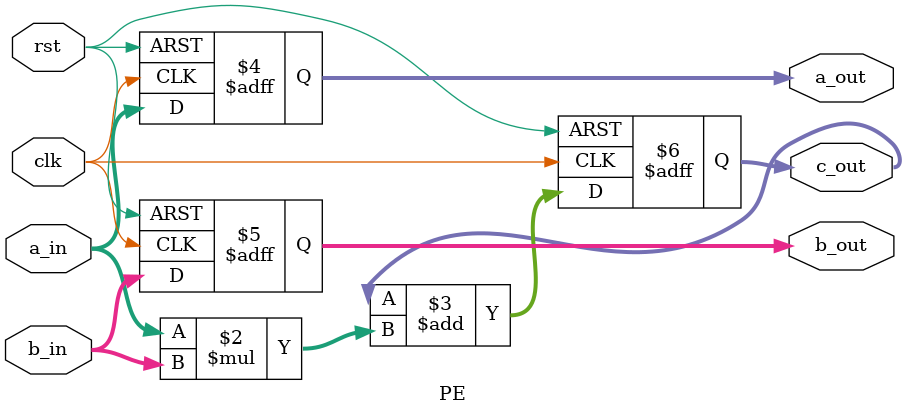
<source format=v>
module PE #(
    parameter WIDTH = 8
)(
    input wire clk,
    input wire rst,

    input wire [WIDTH-1:0] a_in,
    input wire [WIDTH-1:0] b_in,

    output reg [WIDTH-1:0] a_out,
    output reg [WIDTH-1:0] b_out,

    output reg [2*WIDTH-1:0] c_out
);

    always @(posedge clk or posedge rst) begin
        if (rst) begin
            c_out     <= 0;
            a_out     <= 0;
            b_out     <= 0;
        end else begin
            c_out     <= c_out + a_in * b_in;
            a_out     <= a_in;
            b_out     <= b_in;
        end
    end
endmodule

</source>
